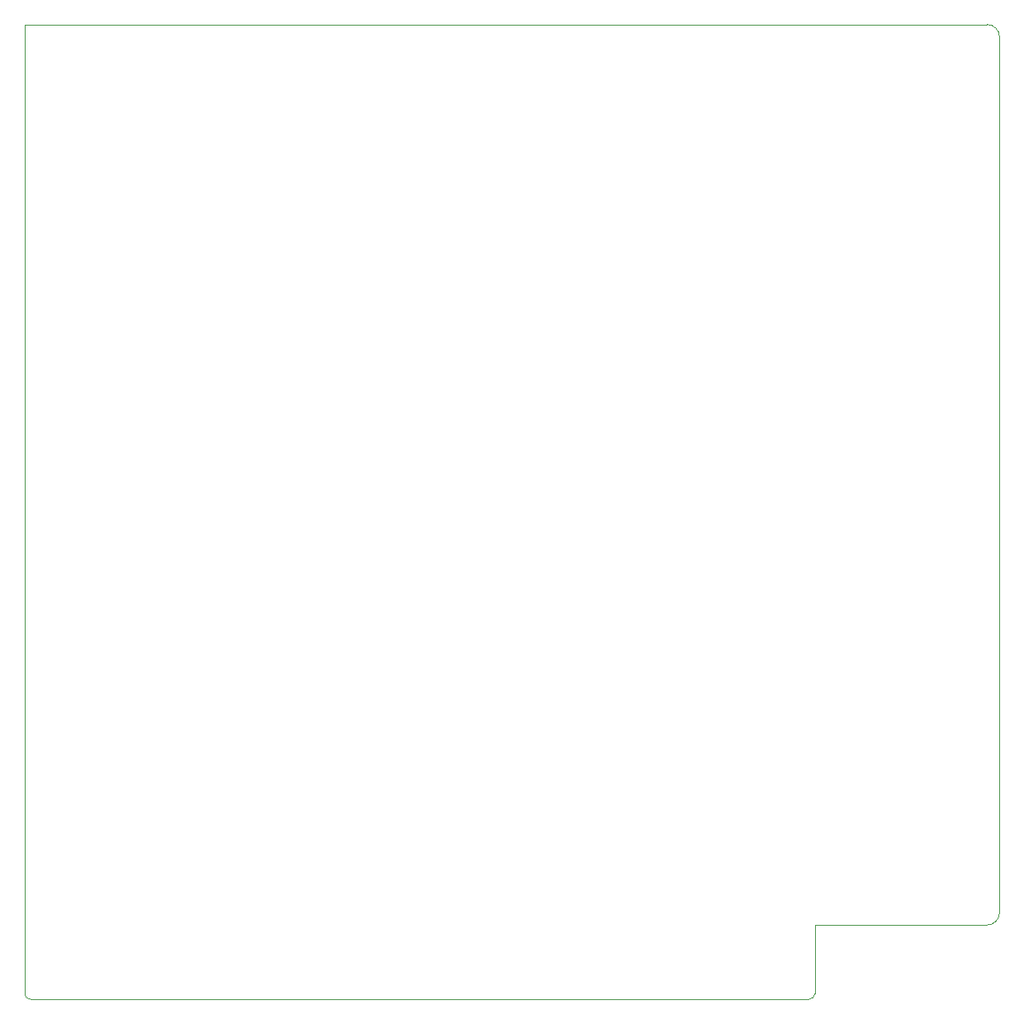
<source format=gm1>
%TF.GenerationSoftware,KiCad,Pcbnew,(5.1.9)-1*%
%TF.CreationDate,2021-05-05T16:31:56+08:00*%
%TF.ProjectId,Riser,52697365-722e-46b6-9963-61645f706362,rev?*%
%TF.SameCoordinates,Original*%
%TF.FileFunction,Profile,NP*%
%FSLAX46Y46*%
G04 Gerber Fmt 4.6, Leading zero omitted, Abs format (unit mm)*
G04 Created by KiCad (PCBNEW (5.1.9)-1) date 2021-05-05 16:31:56*
%MOMM*%
%LPD*%
G01*
G04 APERTURE LIST*
%TA.AperFunction,Profile*%
%ADD10C,0.050000*%
%TD*%
G04 APERTURE END LIST*
D10*
X195326000Y-42291000D02*
X96647000Y-42291000D01*
X96647000Y-42291000D02*
X96647000Y-141605000D01*
X196596000Y-43561000D02*
X196596000Y-133350000D01*
X97282000Y-142240000D02*
X177038000Y-142240000D01*
X177673000Y-134620000D02*
X195326000Y-134620000D01*
X195326000Y-42291000D02*
G75*
G02*
X196596000Y-43561000I0J-1270000D01*
G01*
X196596000Y-133350000D02*
G75*
G02*
X195326000Y-134620000I-1270000J0D01*
G01*
X177673000Y-141605000D02*
X177673000Y-134620000D01*
X177673000Y-141605000D02*
G75*
G02*
X177038000Y-142240000I-635000J0D01*
G01*
X97282000Y-142240000D02*
G75*
G02*
X96647000Y-141605000I0J635000D01*
G01*
M02*

</source>
